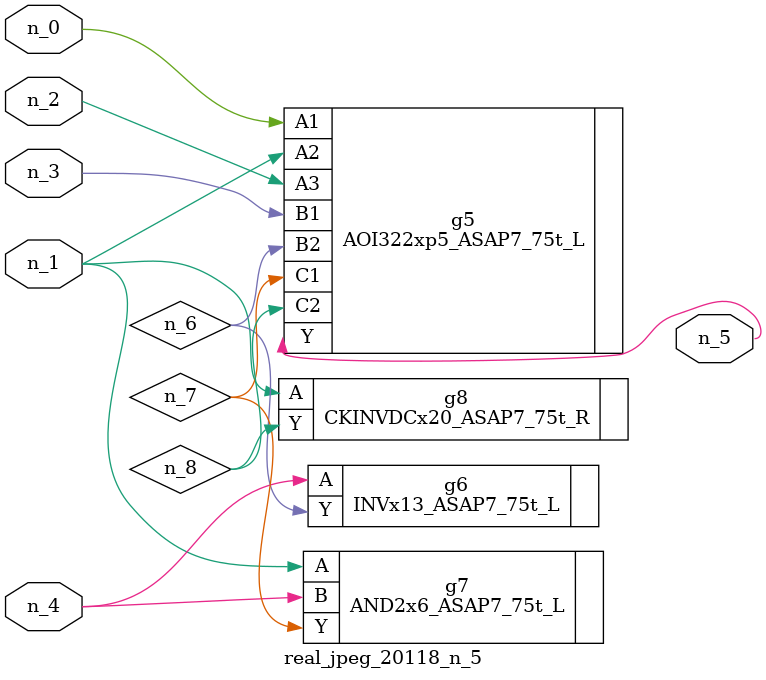
<source format=v>
module real_jpeg_20118_n_5 (n_4, n_0, n_1, n_2, n_3, n_5);

input n_4;
input n_0;
input n_1;
input n_2;
input n_3;

output n_5;

wire n_8;
wire n_6;
wire n_7;

AOI322xp5_ASAP7_75t_L g5 ( 
.A1(n_0),
.A2(n_1),
.A3(n_2),
.B1(n_3),
.B2(n_6),
.C1(n_7),
.C2(n_8),
.Y(n_5)
);

AND2x6_ASAP7_75t_L g7 ( 
.A(n_1),
.B(n_4),
.Y(n_7)
);

CKINVDCx20_ASAP7_75t_R g8 ( 
.A(n_1),
.Y(n_8)
);

INVx13_ASAP7_75t_L g6 ( 
.A(n_4),
.Y(n_6)
);


endmodule
</source>
